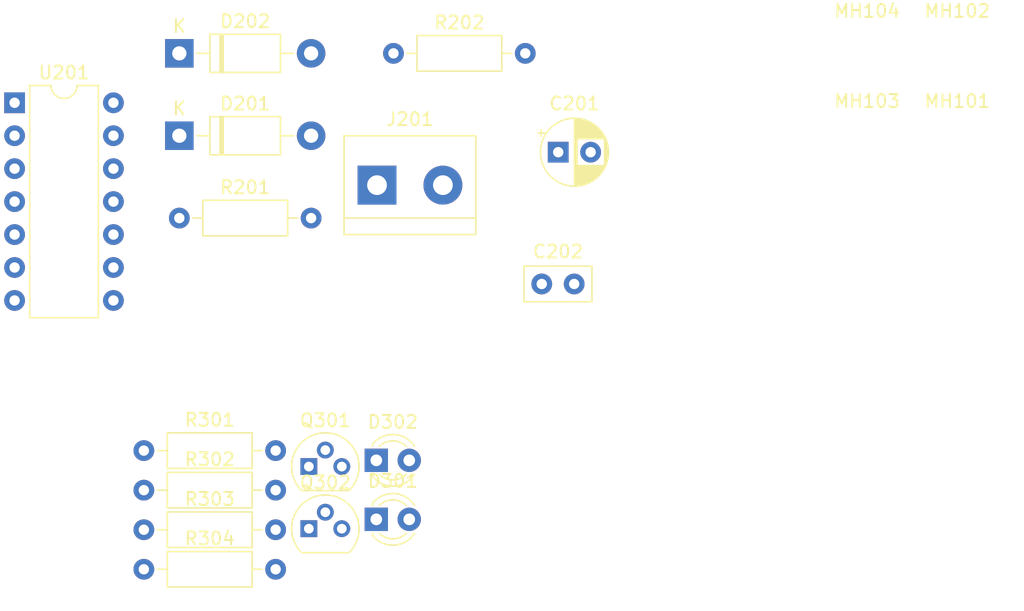
<source format=kicad_pcb>
(kicad_pcb (version 20171130) (host pcbnew "(5.0.0)")

  (general
    (thickness 1.6)
    (drawings 0)
    (tracks 0)
    (zones 0)
    (modules 20)
    (nets 15)
  )

  (page A4)
  (layers
    (0 F.Cu signal)
    (31 B.Cu signal)
    (32 B.Adhes user)
    (33 F.Adhes user)
    (34 B.Paste user)
    (35 F.Paste user)
    (36 B.SilkS user)
    (37 F.SilkS user)
    (38 B.Mask user)
    (39 F.Mask user)
    (40 Dwgs.User user)
    (41 Cmts.User user)
    (42 Eco1.User user)
    (43 Eco2.User user)
    (44 Edge.Cuts user)
    (45 Margin user)
    (46 B.CrtYd user)
    (47 F.CrtYd user)
    (48 B.Fab user)
    (49 F.Fab user)
  )

  (setup
    (last_trace_width 0.25)
    (trace_clearance 0.2)
    (zone_clearance 0.508)
    (zone_45_only no)
    (trace_min 0.2)
    (segment_width 0.2)
    (edge_width 0.15)
    (via_size 0.8)
    (via_drill 0.4)
    (via_min_size 0.4)
    (via_min_drill 0.3)
    (uvia_size 0.3)
    (uvia_drill 0.1)
    (uvias_allowed no)
    (uvia_min_size 0.2)
    (uvia_min_drill 0.1)
    (pcb_text_width 0.3)
    (pcb_text_size 1.5 1.5)
    (mod_edge_width 0.15)
    (mod_text_size 1 1)
    (mod_text_width 0.15)
    (pad_size 1.524 1.524)
    (pad_drill 0.762)
    (pad_to_mask_clearance 0.2)
    (aux_axis_origin 0 0)
    (visible_elements FFFFFF7F)
    (pcbplotparams
      (layerselection 0x010fc_ffffffff)
      (usegerberextensions false)
      (usegerberattributes false)
      (usegerberadvancedattributes false)
      (creategerberjobfile false)
      (excludeedgelayer true)
      (linewidth 0.100000)
      (plotframeref false)
      (viasonmask false)
      (mode 1)
      (useauxorigin false)
      (hpglpennumber 1)
      (hpglpenspeed 20)
      (hpglpendiameter 15.000000)
      (psnegative false)
      (psa4output false)
      (plotreference true)
      (plotvalue true)
      (plotinvisibletext false)
      (padsonsilk false)
      (subtractmaskfromsilk false)
      (outputformat 1)
      (mirror false)
      (drillshape 1)
      (scaleselection 1)
      (outputdirectory ""))
  )

  (net 0 "")
  (net 1 "Net-(C201-Pad1)")
  (net 2 GND)
  (net 3 +5V)
  (net 4 "Net-(D201-Pad2)")
  (net 5 "Net-(D201-Pad1)")
  (net 6 "Net-(D202-Pad2)")
  (net 7 "Net-(D301-Pad1)")
  (net 8 "Net-(D301-Pad2)")
  (net 9 "Net-(D302-Pad2)")
  (net 10 "Net-(D302-Pad1)")
  (net 11 "Net-(Q301-Pad2)")
  (net 12 "Net-(Q302-Pad2)")
  (net 13 "/Circuito con leds/LED1")
  (net 14 "/Circuito con leds/LED2")

  (net_class Default "Esta es la clase de red por defecto."
    (clearance 0.2)
    (trace_width 0.25)
    (via_dia 0.8)
    (via_drill 0.4)
    (uvia_dia 0.3)
    (uvia_drill 0.1)
    (add_net +5V)
    (add_net "/Circuito con leds/LED1")
    (add_net "/Circuito con leds/LED2")
    (add_net GND)
    (add_net "Net-(C201-Pad1)")
    (add_net "Net-(D201-Pad1)")
    (add_net "Net-(D201-Pad2)")
    (add_net "Net-(D202-Pad2)")
    (add_net "Net-(D301-Pad1)")
    (add_net "Net-(D301-Pad2)")
    (add_net "Net-(D302-Pad1)")
    (add_net "Net-(D302-Pad2)")
    (add_net "Net-(Q301-Pad2)")
    (add_net "Net-(Q302-Pad2)")
  )

  (module Capacitor_THT:CP_Radial_D5.0mm_P2.50mm (layer F.Cu) (tedit 5AE50EF0) (tstamp 5BC427BD)
    (at 151.13 76.2)
    (descr "CP, Radial series, Radial, pin pitch=2.50mm, , diameter=5mm, Electrolytic Capacitor")
    (tags "CP Radial series Radial pin pitch 2.50mm  diameter 5mm Electrolytic Capacitor")
    (path /5BB7D356/5BB7E09E)
    (fp_text reference C201 (at 1.25 -3.75) (layer F.SilkS)
      (effects (font (size 1 1) (thickness 0.15)))
    )
    (fp_text value CP (at 1.25 3.75) (layer F.Fab)
      (effects (font (size 1 1) (thickness 0.15)))
    )
    (fp_circle (center 1.25 0) (end 3.75 0) (layer F.Fab) (width 0.1))
    (fp_circle (center 1.25 0) (end 3.87 0) (layer F.SilkS) (width 0.12))
    (fp_circle (center 1.25 0) (end 4 0) (layer F.CrtYd) (width 0.05))
    (fp_line (start -0.883605 -1.0875) (end -0.383605 -1.0875) (layer F.Fab) (width 0.1))
    (fp_line (start -0.633605 -1.3375) (end -0.633605 -0.8375) (layer F.Fab) (width 0.1))
    (fp_line (start 1.25 -2.58) (end 1.25 2.58) (layer F.SilkS) (width 0.12))
    (fp_line (start 1.29 -2.58) (end 1.29 2.58) (layer F.SilkS) (width 0.12))
    (fp_line (start 1.33 -2.579) (end 1.33 2.579) (layer F.SilkS) (width 0.12))
    (fp_line (start 1.37 -2.578) (end 1.37 2.578) (layer F.SilkS) (width 0.12))
    (fp_line (start 1.41 -2.576) (end 1.41 2.576) (layer F.SilkS) (width 0.12))
    (fp_line (start 1.45 -2.573) (end 1.45 2.573) (layer F.SilkS) (width 0.12))
    (fp_line (start 1.49 -2.569) (end 1.49 -1.04) (layer F.SilkS) (width 0.12))
    (fp_line (start 1.49 1.04) (end 1.49 2.569) (layer F.SilkS) (width 0.12))
    (fp_line (start 1.53 -2.565) (end 1.53 -1.04) (layer F.SilkS) (width 0.12))
    (fp_line (start 1.53 1.04) (end 1.53 2.565) (layer F.SilkS) (width 0.12))
    (fp_line (start 1.57 -2.561) (end 1.57 -1.04) (layer F.SilkS) (width 0.12))
    (fp_line (start 1.57 1.04) (end 1.57 2.561) (layer F.SilkS) (width 0.12))
    (fp_line (start 1.61 -2.556) (end 1.61 -1.04) (layer F.SilkS) (width 0.12))
    (fp_line (start 1.61 1.04) (end 1.61 2.556) (layer F.SilkS) (width 0.12))
    (fp_line (start 1.65 -2.55) (end 1.65 -1.04) (layer F.SilkS) (width 0.12))
    (fp_line (start 1.65 1.04) (end 1.65 2.55) (layer F.SilkS) (width 0.12))
    (fp_line (start 1.69 -2.543) (end 1.69 -1.04) (layer F.SilkS) (width 0.12))
    (fp_line (start 1.69 1.04) (end 1.69 2.543) (layer F.SilkS) (width 0.12))
    (fp_line (start 1.73 -2.536) (end 1.73 -1.04) (layer F.SilkS) (width 0.12))
    (fp_line (start 1.73 1.04) (end 1.73 2.536) (layer F.SilkS) (width 0.12))
    (fp_line (start 1.77 -2.528) (end 1.77 -1.04) (layer F.SilkS) (width 0.12))
    (fp_line (start 1.77 1.04) (end 1.77 2.528) (layer F.SilkS) (width 0.12))
    (fp_line (start 1.81 -2.52) (end 1.81 -1.04) (layer F.SilkS) (width 0.12))
    (fp_line (start 1.81 1.04) (end 1.81 2.52) (layer F.SilkS) (width 0.12))
    (fp_line (start 1.85 -2.511) (end 1.85 -1.04) (layer F.SilkS) (width 0.12))
    (fp_line (start 1.85 1.04) (end 1.85 2.511) (layer F.SilkS) (width 0.12))
    (fp_line (start 1.89 -2.501) (end 1.89 -1.04) (layer F.SilkS) (width 0.12))
    (fp_line (start 1.89 1.04) (end 1.89 2.501) (layer F.SilkS) (width 0.12))
    (fp_line (start 1.93 -2.491) (end 1.93 -1.04) (layer F.SilkS) (width 0.12))
    (fp_line (start 1.93 1.04) (end 1.93 2.491) (layer F.SilkS) (width 0.12))
    (fp_line (start 1.971 -2.48) (end 1.971 -1.04) (layer F.SilkS) (width 0.12))
    (fp_line (start 1.971 1.04) (end 1.971 2.48) (layer F.SilkS) (width 0.12))
    (fp_line (start 2.011 -2.468) (end 2.011 -1.04) (layer F.SilkS) (width 0.12))
    (fp_line (start 2.011 1.04) (end 2.011 2.468) (layer F.SilkS) (width 0.12))
    (fp_line (start 2.051 -2.455) (end 2.051 -1.04) (layer F.SilkS) (width 0.12))
    (fp_line (start 2.051 1.04) (end 2.051 2.455) (layer F.SilkS) (width 0.12))
    (fp_line (start 2.091 -2.442) (end 2.091 -1.04) (layer F.SilkS) (width 0.12))
    (fp_line (start 2.091 1.04) (end 2.091 2.442) (layer F.SilkS) (width 0.12))
    (fp_line (start 2.131 -2.428) (end 2.131 -1.04) (layer F.SilkS) (width 0.12))
    (fp_line (start 2.131 1.04) (end 2.131 2.428) (layer F.SilkS) (width 0.12))
    (fp_line (start 2.171 -2.414) (end 2.171 -1.04) (layer F.SilkS) (width 0.12))
    (fp_line (start 2.171 1.04) (end 2.171 2.414) (layer F.SilkS) (width 0.12))
    (fp_line (start 2.211 -2.398) (end 2.211 -1.04) (layer F.SilkS) (width 0.12))
    (fp_line (start 2.211 1.04) (end 2.211 2.398) (layer F.SilkS) (width 0.12))
    (fp_line (start 2.251 -2.382) (end 2.251 -1.04) (layer F.SilkS) (width 0.12))
    (fp_line (start 2.251 1.04) (end 2.251 2.382) (layer F.SilkS) (width 0.12))
    (fp_line (start 2.291 -2.365) (end 2.291 -1.04) (layer F.SilkS) (width 0.12))
    (fp_line (start 2.291 1.04) (end 2.291 2.365) (layer F.SilkS) (width 0.12))
    (fp_line (start 2.331 -2.348) (end 2.331 -1.04) (layer F.SilkS) (width 0.12))
    (fp_line (start 2.331 1.04) (end 2.331 2.348) (layer F.SilkS) (width 0.12))
    (fp_line (start 2.371 -2.329) (end 2.371 -1.04) (layer F.SilkS) (width 0.12))
    (fp_line (start 2.371 1.04) (end 2.371 2.329) (layer F.SilkS) (width 0.12))
    (fp_line (start 2.411 -2.31) (end 2.411 -1.04) (layer F.SilkS) (width 0.12))
    (fp_line (start 2.411 1.04) (end 2.411 2.31) (layer F.SilkS) (width 0.12))
    (fp_line (start 2.451 -2.29) (end 2.451 -1.04) (layer F.SilkS) (width 0.12))
    (fp_line (start 2.451 1.04) (end 2.451 2.29) (layer F.SilkS) (width 0.12))
    (fp_line (start 2.491 -2.268) (end 2.491 -1.04) (layer F.SilkS) (width 0.12))
    (fp_line (start 2.491 1.04) (end 2.491 2.268) (layer F.SilkS) (width 0.12))
    (fp_line (start 2.531 -2.247) (end 2.531 -1.04) (layer F.SilkS) (width 0.12))
    (fp_line (start 2.531 1.04) (end 2.531 2.247) (layer F.SilkS) (width 0.12))
    (fp_line (start 2.571 -2.224) (end 2.571 -1.04) (layer F.SilkS) (width 0.12))
    (fp_line (start 2.571 1.04) (end 2.571 2.224) (layer F.SilkS) (width 0.12))
    (fp_line (start 2.611 -2.2) (end 2.611 -1.04) (layer F.SilkS) (width 0.12))
    (fp_line (start 2.611 1.04) (end 2.611 2.2) (layer F.SilkS) (width 0.12))
    (fp_line (start 2.651 -2.175) (end 2.651 -1.04) (layer F.SilkS) (width 0.12))
    (fp_line (start 2.651 1.04) (end 2.651 2.175) (layer F.SilkS) (width 0.12))
    (fp_line (start 2.691 -2.149) (end 2.691 -1.04) (layer F.SilkS) (width 0.12))
    (fp_line (start 2.691 1.04) (end 2.691 2.149) (layer F.SilkS) (width 0.12))
    (fp_line (start 2.731 -2.122) (end 2.731 -1.04) (layer F.SilkS) (width 0.12))
    (fp_line (start 2.731 1.04) (end 2.731 2.122) (layer F.SilkS) (width 0.12))
    (fp_line (start 2.771 -2.095) (end 2.771 -1.04) (layer F.SilkS) (width 0.12))
    (fp_line (start 2.771 1.04) (end 2.771 2.095) (layer F.SilkS) (width 0.12))
    (fp_line (start 2.811 -2.065) (end 2.811 -1.04) (layer F.SilkS) (width 0.12))
    (fp_line (start 2.811 1.04) (end 2.811 2.065) (layer F.SilkS) (width 0.12))
    (fp_line (start 2.851 -2.035) (end 2.851 -1.04) (layer F.SilkS) (width 0.12))
    (fp_line (start 2.851 1.04) (end 2.851 2.035) (layer F.SilkS) (width 0.12))
    (fp_line (start 2.891 -2.004) (end 2.891 -1.04) (layer F.SilkS) (width 0.12))
    (fp_line (start 2.891 1.04) (end 2.891 2.004) (layer F.SilkS) (width 0.12))
    (fp_line (start 2.931 -1.971) (end 2.931 -1.04) (layer F.SilkS) (width 0.12))
    (fp_line (start 2.931 1.04) (end 2.931 1.971) (layer F.SilkS) (width 0.12))
    (fp_line (start 2.971 -1.937) (end 2.971 -1.04) (layer F.SilkS) (width 0.12))
    (fp_line (start 2.971 1.04) (end 2.971 1.937) (layer F.SilkS) (width 0.12))
    (fp_line (start 3.011 -1.901) (end 3.011 -1.04) (layer F.SilkS) (width 0.12))
    (fp_line (start 3.011 1.04) (end 3.011 1.901) (layer F.SilkS) (width 0.12))
    (fp_line (start 3.051 -1.864) (end 3.051 -1.04) (layer F.SilkS) (width 0.12))
    (fp_line (start 3.051 1.04) (end 3.051 1.864) (layer F.SilkS) (width 0.12))
    (fp_line (start 3.091 -1.826) (end 3.091 -1.04) (layer F.SilkS) (width 0.12))
    (fp_line (start 3.091 1.04) (end 3.091 1.826) (layer F.SilkS) (width 0.12))
    (fp_line (start 3.131 -1.785) (end 3.131 -1.04) (layer F.SilkS) (width 0.12))
    (fp_line (start 3.131 1.04) (end 3.131 1.785) (layer F.SilkS) (width 0.12))
    (fp_line (start 3.171 -1.743) (end 3.171 -1.04) (layer F.SilkS) (width 0.12))
    (fp_line (start 3.171 1.04) (end 3.171 1.743) (layer F.SilkS) (width 0.12))
    (fp_line (start 3.211 -1.699) (end 3.211 -1.04) (layer F.SilkS) (width 0.12))
    (fp_line (start 3.211 1.04) (end 3.211 1.699) (layer F.SilkS) (width 0.12))
    (fp_line (start 3.251 -1.653) (end 3.251 -1.04) (layer F.SilkS) (width 0.12))
    (fp_line (start 3.251 1.04) (end 3.251 1.653) (layer F.SilkS) (width 0.12))
    (fp_line (start 3.291 -1.605) (end 3.291 -1.04) (layer F.SilkS) (width 0.12))
    (fp_line (start 3.291 1.04) (end 3.291 1.605) (layer F.SilkS) (width 0.12))
    (fp_line (start 3.331 -1.554) (end 3.331 -1.04) (layer F.SilkS) (width 0.12))
    (fp_line (start 3.331 1.04) (end 3.331 1.554) (layer F.SilkS) (width 0.12))
    (fp_line (start 3.371 -1.5) (end 3.371 -1.04) (layer F.SilkS) (width 0.12))
    (fp_line (start 3.371 1.04) (end 3.371 1.5) (layer F.SilkS) (width 0.12))
    (fp_line (start 3.411 -1.443) (end 3.411 -1.04) (layer F.SilkS) (width 0.12))
    (fp_line (start 3.411 1.04) (end 3.411 1.443) (layer F.SilkS) (width 0.12))
    (fp_line (start 3.451 -1.383) (end 3.451 -1.04) (layer F.SilkS) (width 0.12))
    (fp_line (start 3.451 1.04) (end 3.451 1.383) (layer F.SilkS) (width 0.12))
    (fp_line (start 3.491 -1.319) (end 3.491 -1.04) (layer F.SilkS) (width 0.12))
    (fp_line (start 3.491 1.04) (end 3.491 1.319) (layer F.SilkS) (width 0.12))
    (fp_line (start 3.531 -1.251) (end 3.531 -1.04) (layer F.SilkS) (width 0.12))
    (fp_line (start 3.531 1.04) (end 3.531 1.251) (layer F.SilkS) (width 0.12))
    (fp_line (start 3.571 -1.178) (end 3.571 1.178) (layer F.SilkS) (width 0.12))
    (fp_line (start 3.611 -1.098) (end 3.611 1.098) (layer F.SilkS) (width 0.12))
    (fp_line (start 3.651 -1.011) (end 3.651 1.011) (layer F.SilkS) (width 0.12))
    (fp_line (start 3.691 -0.915) (end 3.691 0.915) (layer F.SilkS) (width 0.12))
    (fp_line (start 3.731 -0.805) (end 3.731 0.805) (layer F.SilkS) (width 0.12))
    (fp_line (start 3.771 -0.677) (end 3.771 0.677) (layer F.SilkS) (width 0.12))
    (fp_line (start 3.811 -0.518) (end 3.811 0.518) (layer F.SilkS) (width 0.12))
    (fp_line (start 3.851 -0.284) (end 3.851 0.284) (layer F.SilkS) (width 0.12))
    (fp_line (start -1.554775 -1.475) (end -1.054775 -1.475) (layer F.SilkS) (width 0.12))
    (fp_line (start -1.304775 -1.725) (end -1.304775 -1.225) (layer F.SilkS) (width 0.12))
    (fp_text user %R (at 1.25 0) (layer F.Fab)
      (effects (font (size 1 1) (thickness 0.15)))
    )
    (pad 1 thru_hole rect (at 0 0) (size 1.6 1.6) (drill 0.8) (layers *.Cu *.Mask)
      (net 1 "Net-(C201-Pad1)"))
    (pad 2 thru_hole circle (at 2.5 0) (size 1.6 1.6) (drill 0.8) (layers *.Cu *.Mask)
      (net 2 GND))
    (model ${KISYS3DMOD}/Capacitor_THT.3dshapes/CP_Radial_D5.0mm_P2.50mm.wrl
      (at (xyz 0 0 0))
      (scale (xyz 1 1 1))
      (rotate (xyz 0 0 0))
    )
  )

  (module Capacitor_THT:C_Disc_D5.0mm_W2.5mm_P2.50mm (layer F.Cu) (tedit 5AE50EF0) (tstamp 5BC43172)
    (at 149.86 86.36)
    (descr "C, Disc series, Radial, pin pitch=2.50mm, , diameter*width=5*2.5mm^2, Capacitor, http://cdn-reichelt.de/documents/datenblatt/B300/DS_KERKO_TC.pdf")
    (tags "C Disc series Radial pin pitch 2.50mm  diameter 5mm width 2.5mm Capacitor")
    (path /5BB7D356/5BB7D685)
    (fp_text reference C202 (at 1.25 -2.5) (layer F.SilkS)
      (effects (font (size 1 1) (thickness 0.15)))
    )
    (fp_text value 0.1u (at 1.25 2.5) (layer F.Fab)
      (effects (font (size 1 1) (thickness 0.15)))
    )
    (fp_line (start -1.25 -1.25) (end -1.25 1.25) (layer F.Fab) (width 0.1))
    (fp_line (start -1.25 1.25) (end 3.75 1.25) (layer F.Fab) (width 0.1))
    (fp_line (start 3.75 1.25) (end 3.75 -1.25) (layer F.Fab) (width 0.1))
    (fp_line (start 3.75 -1.25) (end -1.25 -1.25) (layer F.Fab) (width 0.1))
    (fp_line (start -1.37 -1.37) (end 3.87 -1.37) (layer F.SilkS) (width 0.12))
    (fp_line (start -1.37 1.37) (end 3.87 1.37) (layer F.SilkS) (width 0.12))
    (fp_line (start -1.37 -1.37) (end -1.37 1.37) (layer F.SilkS) (width 0.12))
    (fp_line (start 3.87 -1.37) (end 3.87 1.37) (layer F.SilkS) (width 0.12))
    (fp_line (start -1.5 -1.5) (end -1.5 1.5) (layer F.CrtYd) (width 0.05))
    (fp_line (start -1.5 1.5) (end 4 1.5) (layer F.CrtYd) (width 0.05))
    (fp_line (start 4 1.5) (end 4 -1.5) (layer F.CrtYd) (width 0.05))
    (fp_line (start 4 -1.5) (end -1.5 -1.5) (layer F.CrtYd) (width 0.05))
    (fp_text user %R (at 1.25 0) (layer F.Fab)
      (effects (font (size 1 1) (thickness 0.15)))
    )
    (pad 1 thru_hole circle (at 0 0) (size 1.6 1.6) (drill 0.8) (layers *.Cu *.Mask)
      (net 3 +5V))
    (pad 2 thru_hole circle (at 2.5 0) (size 1.6 1.6) (drill 0.8) (layers *.Cu *.Mask)
      (net 2 GND))
    (model ${KISYS3DMOD}/Capacitor_THT.3dshapes/C_Disc_D5.0mm_W2.5mm_P2.50mm.wrl
      (at (xyz 0 0 0))
      (scale (xyz 1 1 1))
      (rotate (xyz 0 0 0))
    )
  )

  (module Diode_THT:D_DO-41_SOD81_P10.16mm_Horizontal (layer F.Cu) (tedit 5AE50CD5) (tstamp 5BC427EF)
    (at 121.92 74.93)
    (descr "Diode, DO-41_SOD81 series, Axial, Horizontal, pin pitch=10.16mm, , length*diameter=5.2*2.7mm^2, , http://www.diodes.com/_files/packages/DO-41%20(Plastic).pdf")
    (tags "Diode DO-41_SOD81 series Axial Horizontal pin pitch 10.16mm  length 5.2mm diameter 2.7mm")
    (path /5BB7D356/5BB7DE05)
    (fp_text reference D201 (at 5.08 -2.47) (layer F.SilkS)
      (effects (font (size 1 1) (thickness 0.15)))
    )
    (fp_text value 1N4148 (at 5.08 2.47) (layer F.Fab)
      (effects (font (size 1 1) (thickness 0.15)))
    )
    (fp_text user K (at 0 -2.1) (layer F.SilkS)
      (effects (font (size 1 1) (thickness 0.15)))
    )
    (fp_text user K (at 0 -2.1) (layer F.Fab)
      (effects (font (size 1 1) (thickness 0.15)))
    )
    (fp_text user %R (at 5.47 0) (layer F.Fab)
      (effects (font (size 1 1) (thickness 0.15)))
    )
    (fp_line (start 11.51 -1.6) (end -1.35 -1.6) (layer F.CrtYd) (width 0.05))
    (fp_line (start 11.51 1.6) (end 11.51 -1.6) (layer F.CrtYd) (width 0.05))
    (fp_line (start -1.35 1.6) (end 11.51 1.6) (layer F.CrtYd) (width 0.05))
    (fp_line (start -1.35 -1.6) (end -1.35 1.6) (layer F.CrtYd) (width 0.05))
    (fp_line (start 3.14 -1.47) (end 3.14 1.47) (layer F.SilkS) (width 0.12))
    (fp_line (start 3.38 -1.47) (end 3.38 1.47) (layer F.SilkS) (width 0.12))
    (fp_line (start 3.26 -1.47) (end 3.26 1.47) (layer F.SilkS) (width 0.12))
    (fp_line (start 8.82 0) (end 7.8 0) (layer F.SilkS) (width 0.12))
    (fp_line (start 1.34 0) (end 2.36 0) (layer F.SilkS) (width 0.12))
    (fp_line (start 7.8 -1.47) (end 2.36 -1.47) (layer F.SilkS) (width 0.12))
    (fp_line (start 7.8 1.47) (end 7.8 -1.47) (layer F.SilkS) (width 0.12))
    (fp_line (start 2.36 1.47) (end 7.8 1.47) (layer F.SilkS) (width 0.12))
    (fp_line (start 2.36 -1.47) (end 2.36 1.47) (layer F.SilkS) (width 0.12))
    (fp_line (start 3.16 -1.35) (end 3.16 1.35) (layer F.Fab) (width 0.1))
    (fp_line (start 3.36 -1.35) (end 3.36 1.35) (layer F.Fab) (width 0.1))
    (fp_line (start 3.26 -1.35) (end 3.26 1.35) (layer F.Fab) (width 0.1))
    (fp_line (start 10.16 0) (end 7.68 0) (layer F.Fab) (width 0.1))
    (fp_line (start 0 0) (end 2.48 0) (layer F.Fab) (width 0.1))
    (fp_line (start 7.68 -1.35) (end 2.48 -1.35) (layer F.Fab) (width 0.1))
    (fp_line (start 7.68 1.35) (end 7.68 -1.35) (layer F.Fab) (width 0.1))
    (fp_line (start 2.48 1.35) (end 7.68 1.35) (layer F.Fab) (width 0.1))
    (fp_line (start 2.48 -1.35) (end 2.48 1.35) (layer F.Fab) (width 0.1))
    (pad 2 thru_hole oval (at 10.16 0) (size 2.2 2.2) (drill 1.1) (layers *.Cu *.Mask)
      (net 4 "Net-(D201-Pad2)"))
    (pad 1 thru_hole rect (at 0 0) (size 2.2 2.2) (drill 1.1) (layers *.Cu *.Mask)
      (net 5 "Net-(D201-Pad1)"))
    (model ${KISYS3DMOD}/Diode_THT.3dshapes/D_DO-41_SOD81_P10.16mm_Horizontal.wrl
      (at (xyz 0 0 0))
      (scale (xyz 1 1 1))
      (rotate (xyz 0 0 0))
    )
  )

  (module Diode_THT:D_DO-41_SOD81_P10.16mm_Horizontal (layer F.Cu) (tedit 5AE50CD5) (tstamp 5BC4280E)
    (at 121.92 68.58)
    (descr "Diode, DO-41_SOD81 series, Axial, Horizontal, pin pitch=10.16mm, , length*diameter=5.2*2.7mm^2, , http://www.diodes.com/_files/packages/DO-41%20(Plastic).pdf")
    (tags "Diode DO-41_SOD81 series Axial Horizontal pin pitch 10.16mm  length 5.2mm diameter 2.7mm")
    (path /5BB7D356/5BB7DF7F)
    (fp_text reference D202 (at 5.08 -2.47) (layer F.SilkS)
      (effects (font (size 1 1) (thickness 0.15)))
    )
    (fp_text value 1N4148 (at 5.08 2.47) (layer F.Fab)
      (effects (font (size 1 1) (thickness 0.15)))
    )
    (fp_line (start 2.48 -1.35) (end 2.48 1.35) (layer F.Fab) (width 0.1))
    (fp_line (start 2.48 1.35) (end 7.68 1.35) (layer F.Fab) (width 0.1))
    (fp_line (start 7.68 1.35) (end 7.68 -1.35) (layer F.Fab) (width 0.1))
    (fp_line (start 7.68 -1.35) (end 2.48 -1.35) (layer F.Fab) (width 0.1))
    (fp_line (start 0 0) (end 2.48 0) (layer F.Fab) (width 0.1))
    (fp_line (start 10.16 0) (end 7.68 0) (layer F.Fab) (width 0.1))
    (fp_line (start 3.26 -1.35) (end 3.26 1.35) (layer F.Fab) (width 0.1))
    (fp_line (start 3.36 -1.35) (end 3.36 1.35) (layer F.Fab) (width 0.1))
    (fp_line (start 3.16 -1.35) (end 3.16 1.35) (layer F.Fab) (width 0.1))
    (fp_line (start 2.36 -1.47) (end 2.36 1.47) (layer F.SilkS) (width 0.12))
    (fp_line (start 2.36 1.47) (end 7.8 1.47) (layer F.SilkS) (width 0.12))
    (fp_line (start 7.8 1.47) (end 7.8 -1.47) (layer F.SilkS) (width 0.12))
    (fp_line (start 7.8 -1.47) (end 2.36 -1.47) (layer F.SilkS) (width 0.12))
    (fp_line (start 1.34 0) (end 2.36 0) (layer F.SilkS) (width 0.12))
    (fp_line (start 8.82 0) (end 7.8 0) (layer F.SilkS) (width 0.12))
    (fp_line (start 3.26 -1.47) (end 3.26 1.47) (layer F.SilkS) (width 0.12))
    (fp_line (start 3.38 -1.47) (end 3.38 1.47) (layer F.SilkS) (width 0.12))
    (fp_line (start 3.14 -1.47) (end 3.14 1.47) (layer F.SilkS) (width 0.12))
    (fp_line (start -1.35 -1.6) (end -1.35 1.6) (layer F.CrtYd) (width 0.05))
    (fp_line (start -1.35 1.6) (end 11.51 1.6) (layer F.CrtYd) (width 0.05))
    (fp_line (start 11.51 1.6) (end 11.51 -1.6) (layer F.CrtYd) (width 0.05))
    (fp_line (start 11.51 -1.6) (end -1.35 -1.6) (layer F.CrtYd) (width 0.05))
    (fp_text user %R (at 5.47 0) (layer F.Fab)
      (effects (font (size 1 1) (thickness 0.15)))
    )
    (fp_text user K (at 0 -2.1) (layer F.Fab)
      (effects (font (size 1 1) (thickness 0.15)))
    )
    (fp_text user K (at 0 -2.1) (layer F.SilkS)
      (effects (font (size 1 1) (thickness 0.15)))
    )
    (pad 1 thru_hole rect (at 0 0) (size 2.2 2.2) (drill 1.1) (layers *.Cu *.Mask)
      (net 4 "Net-(D201-Pad2)"))
    (pad 2 thru_hole oval (at 10.16 0) (size 2.2 2.2) (drill 1.1) (layers *.Cu *.Mask)
      (net 6 "Net-(D202-Pad2)"))
    (model ${KISYS3DMOD}/Diode_THT.3dshapes/D_DO-41_SOD81_P10.16mm_Horizontal.wrl
      (at (xyz 0 0 0))
      (scale (xyz 1 1 1))
      (rotate (xyz 0 0 0))
    )
  )

  (module LED_THT:LED_D3.0mm (layer F.Cu) (tedit 587A3A7B) (tstamp 5BC42821)
    (at 137.105001 104.505001)
    (descr "LED, diameter 3.0mm, 2 pins")
    (tags "LED diameter 3.0mm 2 pins")
    (path /5BB7D37D/5BB84A12)
    (fp_text reference D301 (at 1.27 -2.96) (layer F.SilkS)
      (effects (font (size 1 1) (thickness 0.15)))
    )
    (fp_text value "LED ROJO" (at 1.27 2.96) (layer F.Fab)
      (effects (font (size 1 1) (thickness 0.15)))
    )
    (fp_arc (start 1.27 0) (end -0.23 -1.16619) (angle 284.3) (layer F.Fab) (width 0.1))
    (fp_arc (start 1.27 0) (end -0.29 -1.235516) (angle 108.8) (layer F.SilkS) (width 0.12))
    (fp_arc (start 1.27 0) (end -0.29 1.235516) (angle -108.8) (layer F.SilkS) (width 0.12))
    (fp_arc (start 1.27 0) (end 0.229039 -1.08) (angle 87.9) (layer F.SilkS) (width 0.12))
    (fp_arc (start 1.27 0) (end 0.229039 1.08) (angle -87.9) (layer F.SilkS) (width 0.12))
    (fp_circle (center 1.27 0) (end 2.77 0) (layer F.Fab) (width 0.1))
    (fp_line (start -0.23 -1.16619) (end -0.23 1.16619) (layer F.Fab) (width 0.1))
    (fp_line (start -0.29 -1.236) (end -0.29 -1.08) (layer F.SilkS) (width 0.12))
    (fp_line (start -0.29 1.08) (end -0.29 1.236) (layer F.SilkS) (width 0.12))
    (fp_line (start -1.15 -2.25) (end -1.15 2.25) (layer F.CrtYd) (width 0.05))
    (fp_line (start -1.15 2.25) (end 3.7 2.25) (layer F.CrtYd) (width 0.05))
    (fp_line (start 3.7 2.25) (end 3.7 -2.25) (layer F.CrtYd) (width 0.05))
    (fp_line (start 3.7 -2.25) (end -1.15 -2.25) (layer F.CrtYd) (width 0.05))
    (pad 1 thru_hole rect (at 0 0) (size 1.8 1.8) (drill 0.9) (layers *.Cu *.Mask)
      (net 7 "Net-(D301-Pad1)"))
    (pad 2 thru_hole circle (at 2.54 0) (size 1.8 1.8) (drill 0.9) (layers *.Cu *.Mask)
      (net 8 "Net-(D301-Pad2)"))
    (model ${KISYS3DMOD}/LED_THT.3dshapes/LED_D3.0mm.wrl
      (at (xyz 0 0 0))
      (scale (xyz 1 1 1))
      (rotate (xyz 0 0 0))
    )
  )

  (module LED_THT:LED_D3.0mm (layer F.Cu) (tedit 587A3A7B) (tstamp 5BC42834)
    (at 137.105001 99.955001)
    (descr "LED, diameter 3.0mm, 2 pins")
    (tags "LED diameter 3.0mm 2 pins")
    (path /5BB7D37D/5BB84D88)
    (fp_text reference D302 (at 1.27 -2.96) (layer F.SilkS)
      (effects (font (size 1 1) (thickness 0.15)))
    )
    (fp_text value "LED ROJO" (at 1.27 2.96) (layer F.Fab)
      (effects (font (size 1 1) (thickness 0.15)))
    )
    (fp_line (start 3.7 -2.25) (end -1.15 -2.25) (layer F.CrtYd) (width 0.05))
    (fp_line (start 3.7 2.25) (end 3.7 -2.25) (layer F.CrtYd) (width 0.05))
    (fp_line (start -1.15 2.25) (end 3.7 2.25) (layer F.CrtYd) (width 0.05))
    (fp_line (start -1.15 -2.25) (end -1.15 2.25) (layer F.CrtYd) (width 0.05))
    (fp_line (start -0.29 1.08) (end -0.29 1.236) (layer F.SilkS) (width 0.12))
    (fp_line (start -0.29 -1.236) (end -0.29 -1.08) (layer F.SilkS) (width 0.12))
    (fp_line (start -0.23 -1.16619) (end -0.23 1.16619) (layer F.Fab) (width 0.1))
    (fp_circle (center 1.27 0) (end 2.77 0) (layer F.Fab) (width 0.1))
    (fp_arc (start 1.27 0) (end 0.229039 1.08) (angle -87.9) (layer F.SilkS) (width 0.12))
    (fp_arc (start 1.27 0) (end 0.229039 -1.08) (angle 87.9) (layer F.SilkS) (width 0.12))
    (fp_arc (start 1.27 0) (end -0.29 1.235516) (angle -108.8) (layer F.SilkS) (width 0.12))
    (fp_arc (start 1.27 0) (end -0.29 -1.235516) (angle 108.8) (layer F.SilkS) (width 0.12))
    (fp_arc (start 1.27 0) (end -0.23 -1.16619) (angle 284.3) (layer F.Fab) (width 0.1))
    (pad 2 thru_hole circle (at 2.54 0) (size 1.8 1.8) (drill 0.9) (layers *.Cu *.Mask)
      (net 9 "Net-(D302-Pad2)"))
    (pad 1 thru_hole rect (at 0 0) (size 1.8 1.8) (drill 0.9) (layers *.Cu *.Mask)
      (net 10 "Net-(D302-Pad1)"))
    (model ${KISYS3DMOD}/LED_THT.3dshapes/LED_D3.0mm.wrl
      (at (xyz 0 0 0))
      (scale (xyz 1 1 1))
      (rotate (xyz 0 0 0))
    )
  )

  (module TerminalBlock:TerminalBlock_bornier-2_P5.08mm (layer F.Cu) (tedit 59FF03AB) (tstamp 5BC42849)
    (at 137.16 78.74)
    (descr "simple 2-pin terminal block, pitch 5.08mm, revamped version of bornier2")
    (tags "terminal block bornier2")
    (path /5BB7D356/5BB7D565)
    (fp_text reference J201 (at 2.54 -5.08) (layer F.SilkS)
      (effects (font (size 1 1) (thickness 0.15)))
    )
    (fp_text value Conn_01x02 (at 2.54 5.08) (layer F.Fab)
      (effects (font (size 1 1) (thickness 0.15)))
    )
    (fp_text user %R (at 2.54 0) (layer F.Fab)
      (effects (font (size 1 1) (thickness 0.15)))
    )
    (fp_line (start -2.41 2.55) (end 7.49 2.55) (layer F.Fab) (width 0.1))
    (fp_line (start -2.46 -3.75) (end -2.46 3.75) (layer F.Fab) (width 0.1))
    (fp_line (start -2.46 3.75) (end 7.54 3.75) (layer F.Fab) (width 0.1))
    (fp_line (start 7.54 3.75) (end 7.54 -3.75) (layer F.Fab) (width 0.1))
    (fp_line (start 7.54 -3.75) (end -2.46 -3.75) (layer F.Fab) (width 0.1))
    (fp_line (start 7.62 2.54) (end -2.54 2.54) (layer F.SilkS) (width 0.12))
    (fp_line (start 7.62 3.81) (end 7.62 -3.81) (layer F.SilkS) (width 0.12))
    (fp_line (start 7.62 -3.81) (end -2.54 -3.81) (layer F.SilkS) (width 0.12))
    (fp_line (start -2.54 -3.81) (end -2.54 3.81) (layer F.SilkS) (width 0.12))
    (fp_line (start -2.54 3.81) (end 7.62 3.81) (layer F.SilkS) (width 0.12))
    (fp_line (start -2.71 -4) (end 7.79 -4) (layer F.CrtYd) (width 0.05))
    (fp_line (start -2.71 -4) (end -2.71 4) (layer F.CrtYd) (width 0.05))
    (fp_line (start 7.79 4) (end 7.79 -4) (layer F.CrtYd) (width 0.05))
    (fp_line (start 7.79 4) (end -2.71 4) (layer F.CrtYd) (width 0.05))
    (pad 1 thru_hole rect (at 0 0) (size 3 3) (drill 1.52) (layers *.Cu *.Mask)
      (net 2 GND))
    (pad 2 thru_hole circle (at 5.08 0) (size 3 3) (drill 1.52) (layers *.Cu *.Mask)
      (net 3 +5V))
    (model ${KISYS3DMOD}/TerminalBlock.3dshapes/TerminalBlock_bornier-2_P5.08mm.wrl
      (offset (xyz 2.539999961853027 0 0))
      (scale (xyz 1 1 1))
      (rotate (xyz 0 0 0))
    )
  )

  (module MountingHole:MountingHole_3.2mm_M3 (layer F.Cu) (tedit 56D1B4CB) (tstamp 5BC42851)
    (at 181.895001 76.465001)
    (descr "Mounting Hole 3.2mm, no annular, M3")
    (tags "mounting hole 3.2mm no annular m3")
    (path /5BB87076)
    (attr virtual)
    (fp_text reference MH101 (at 0 -4.2) (layer F.SilkS)
      (effects (font (size 1 1) (thickness 0.15)))
    )
    (fp_text value MountingHole (at 0 4.2) (layer F.Fab)
      (effects (font (size 1 1) (thickness 0.15)))
    )
    (fp_circle (center 0 0) (end 3.45 0) (layer F.CrtYd) (width 0.05))
    (fp_circle (center 0 0) (end 3.2 0) (layer Cmts.User) (width 0.15))
    (fp_text user %R (at 0.3 0) (layer F.Fab)
      (effects (font (size 1 1) (thickness 0.15)))
    )
    (pad 1 np_thru_hole circle (at 0 0) (size 3.2 3.2) (drill 3.2) (layers *.Cu *.Mask))
  )

  (module MountingHole:MountingHole_3.2mm_M3 (layer F.Cu) (tedit 56D1B4CB) (tstamp 5BC42859)
    (at 181.895001 69.515001)
    (descr "Mounting Hole 3.2mm, no annular, M3")
    (tags "mounting hole 3.2mm no annular m3")
    (path /5BB87144)
    (attr virtual)
    (fp_text reference MH102 (at 0 -4.2) (layer F.SilkS)
      (effects (font (size 1 1) (thickness 0.15)))
    )
    (fp_text value MountingHole (at 0 4.2) (layer F.Fab)
      (effects (font (size 1 1) (thickness 0.15)))
    )
    (fp_text user %R (at 0.3 0) (layer F.Fab)
      (effects (font (size 1 1) (thickness 0.15)))
    )
    (fp_circle (center 0 0) (end 3.2 0) (layer Cmts.User) (width 0.15))
    (fp_circle (center 0 0) (end 3.45 0) (layer F.CrtYd) (width 0.05))
    (pad 1 np_thru_hole circle (at 0 0) (size 3.2 3.2) (drill 3.2) (layers *.Cu *.Mask))
  )

  (module MountingHole:MountingHole_3.2mm_M3 (layer F.Cu) (tedit 56D1B4CB) (tstamp 5BC42861)
    (at 174.945001 76.465001)
    (descr "Mounting Hole 3.2mm, no annular, M3")
    (tags "mounting hole 3.2mm no annular m3")
    (path /5BB8710C)
    (attr virtual)
    (fp_text reference MH103 (at 0 -4.2) (layer F.SilkS)
      (effects (font (size 1 1) (thickness 0.15)))
    )
    (fp_text value MountingHole (at 0 4.2) (layer F.Fab)
      (effects (font (size 1 1) (thickness 0.15)))
    )
    (fp_text user %R (at 0.3 0) (layer F.Fab)
      (effects (font (size 1 1) (thickness 0.15)))
    )
    (fp_circle (center 0 0) (end 3.2 0) (layer Cmts.User) (width 0.15))
    (fp_circle (center 0 0) (end 3.45 0) (layer F.CrtYd) (width 0.05))
    (pad 1 np_thru_hole circle (at 0 0) (size 3.2 3.2) (drill 3.2) (layers *.Cu *.Mask))
  )

  (module MountingHole:MountingHole_3.2mm_M3 (layer F.Cu) (tedit 56D1B4CB) (tstamp 5BC42869)
    (at 174.945001 69.515001)
    (descr "Mounting Hole 3.2mm, no annular, M3")
    (tags "mounting hole 3.2mm no annular m3")
    (path /5BB8716A)
    (attr virtual)
    (fp_text reference MH104 (at 0 -4.2) (layer F.SilkS)
      (effects (font (size 1 1) (thickness 0.15)))
    )
    (fp_text value MountingHole (at 0 4.2) (layer F.Fab)
      (effects (font (size 1 1) (thickness 0.15)))
    )
    (fp_circle (center 0 0) (end 3.45 0) (layer F.CrtYd) (width 0.05))
    (fp_circle (center 0 0) (end 3.2 0) (layer Cmts.User) (width 0.15))
    (fp_text user %R (at 0.3 0) (layer F.Fab)
      (effects (font (size 1 1) (thickness 0.15)))
    )
    (pad 1 np_thru_hole circle (at 0 0) (size 3.2 3.2) (drill 3.2) (layers *.Cu *.Mask))
  )

  (module Package_TO_SOT_THT:TO-92 (layer F.Cu) (tedit 5A279852) (tstamp 5BC4287B)
    (at 131.905001 100.435001)
    (descr "TO-92 leads molded, narrow, drill 0.75mm (see NXP sot054_po.pdf)")
    (tags "to-92 sc-43 sc-43a sot54 PA33 transistor")
    (path /5BB7D37D/5BB87370)
    (fp_text reference Q301 (at 1.27 -3.56) (layer F.SilkS)
      (effects (font (size 1 1) (thickness 0.15)))
    )
    (fp_text value BC546 (at 1.27 2.79) (layer F.Fab)
      (effects (font (size 1 1) (thickness 0.15)))
    )
    (fp_text user %R (at 1.27 -3.56) (layer F.Fab)
      (effects (font (size 1 1) (thickness 0.15)))
    )
    (fp_line (start -0.53 1.85) (end 3.07 1.85) (layer F.SilkS) (width 0.12))
    (fp_line (start -0.5 1.75) (end 3 1.75) (layer F.Fab) (width 0.1))
    (fp_line (start -1.46 -2.73) (end 4 -2.73) (layer F.CrtYd) (width 0.05))
    (fp_line (start -1.46 -2.73) (end -1.46 2.01) (layer F.CrtYd) (width 0.05))
    (fp_line (start 4 2.01) (end 4 -2.73) (layer F.CrtYd) (width 0.05))
    (fp_line (start 4 2.01) (end -1.46 2.01) (layer F.CrtYd) (width 0.05))
    (fp_arc (start 1.27 0) (end 1.27 -2.48) (angle 135) (layer F.Fab) (width 0.1))
    (fp_arc (start 1.27 0) (end 1.27 -2.6) (angle -135) (layer F.SilkS) (width 0.12))
    (fp_arc (start 1.27 0) (end 1.27 -2.48) (angle -135) (layer F.Fab) (width 0.1))
    (fp_arc (start 1.27 0) (end 1.27 -2.6) (angle 135) (layer F.SilkS) (width 0.12))
    (pad 2 thru_hole circle (at 1.27 -1.27 90) (size 1.3 1.3) (drill 0.75) (layers *.Cu *.Mask)
      (net 11 "Net-(Q301-Pad2)"))
    (pad 3 thru_hole circle (at 2.54 0 90) (size 1.3 1.3) (drill 0.75) (layers *.Cu *.Mask)
      (net 2 GND))
    (pad 1 thru_hole rect (at 0 0 90) (size 1.3 1.3) (drill 0.75) (layers *.Cu *.Mask)
      (net 7 "Net-(D301-Pad1)"))
    (model ${KISYS3DMOD}/Package_TO_SOT_THT.3dshapes/TO-92.wrl
      (at (xyz 0 0 0))
      (scale (xyz 1 1 1))
      (rotate (xyz 0 0 0))
    )
  )

  (module Package_TO_SOT_THT:TO-92 (layer F.Cu) (tedit 5A279852) (tstamp 5BC4288D)
    (at 131.905001 105.225001)
    (descr "TO-92 leads molded, narrow, drill 0.75mm (see NXP sot054_po.pdf)")
    (tags "to-92 sc-43 sc-43a sot54 PA33 transistor")
    (path /5BB7D37D/5BB87247)
    (fp_text reference Q302 (at 1.27 -3.56) (layer F.SilkS)
      (effects (font (size 1 1) (thickness 0.15)))
    )
    (fp_text value BC546 (at 1.27 2.79) (layer F.Fab)
      (effects (font (size 1 1) (thickness 0.15)))
    )
    (fp_arc (start 1.27 0) (end 1.27 -2.6) (angle 135) (layer F.SilkS) (width 0.12))
    (fp_arc (start 1.27 0) (end 1.27 -2.48) (angle -135) (layer F.Fab) (width 0.1))
    (fp_arc (start 1.27 0) (end 1.27 -2.6) (angle -135) (layer F.SilkS) (width 0.12))
    (fp_arc (start 1.27 0) (end 1.27 -2.48) (angle 135) (layer F.Fab) (width 0.1))
    (fp_line (start 4 2.01) (end -1.46 2.01) (layer F.CrtYd) (width 0.05))
    (fp_line (start 4 2.01) (end 4 -2.73) (layer F.CrtYd) (width 0.05))
    (fp_line (start -1.46 -2.73) (end -1.46 2.01) (layer F.CrtYd) (width 0.05))
    (fp_line (start -1.46 -2.73) (end 4 -2.73) (layer F.CrtYd) (width 0.05))
    (fp_line (start -0.5 1.75) (end 3 1.75) (layer F.Fab) (width 0.1))
    (fp_line (start -0.53 1.85) (end 3.07 1.85) (layer F.SilkS) (width 0.12))
    (fp_text user %R (at 1.27 -3.56) (layer F.Fab)
      (effects (font (size 1 1) (thickness 0.15)))
    )
    (pad 1 thru_hole rect (at 0 0 90) (size 1.3 1.3) (drill 0.75) (layers *.Cu *.Mask)
      (net 10 "Net-(D302-Pad1)"))
    (pad 3 thru_hole circle (at 2.54 0 90) (size 1.3 1.3) (drill 0.75) (layers *.Cu *.Mask)
      (net 2 GND))
    (pad 2 thru_hole circle (at 1.27 -1.27 90) (size 1.3 1.3) (drill 0.75) (layers *.Cu *.Mask)
      (net 12 "Net-(Q302-Pad2)"))
    (model ${KISYS3DMOD}/Package_TO_SOT_THT.3dshapes/TO-92.wrl
      (at (xyz 0 0 0))
      (scale (xyz 1 1 1))
      (rotate (xyz 0 0 0))
    )
  )

  (module Resistor_THT:R_Axial_DIN0207_L6.3mm_D2.5mm_P10.16mm_Horizontal (layer F.Cu) (tedit 5AE5139B) (tstamp 5BC428A4)
    (at 121.92 81.28)
    (descr "Resistor, Axial_DIN0207 series, Axial, Horizontal, pin pitch=10.16mm, 0.25W = 1/4W, length*diameter=6.3*2.5mm^2, http://cdn-reichelt.de/documents/datenblatt/B400/1_4W%23YAG.pdf")
    (tags "Resistor Axial_DIN0207 series Axial Horizontal pin pitch 10.16mm 0.25W = 1/4W length 6.3mm diameter 2.5mm")
    (path /5BB7D356/5BB7DFFE)
    (fp_text reference R201 (at 5.08 -2.37) (layer F.SilkS)
      (effects (font (size 1 1) (thickness 0.15)))
    )
    (fp_text value 100K (at 5.08 2.37) (layer F.Fab)
      (effects (font (size 1 1) (thickness 0.15)))
    )
    (fp_line (start 1.93 -1.25) (end 1.93 1.25) (layer F.Fab) (width 0.1))
    (fp_line (start 1.93 1.25) (end 8.23 1.25) (layer F.Fab) (width 0.1))
    (fp_line (start 8.23 1.25) (end 8.23 -1.25) (layer F.Fab) (width 0.1))
    (fp_line (start 8.23 -1.25) (end 1.93 -1.25) (layer F.Fab) (width 0.1))
    (fp_line (start 0 0) (end 1.93 0) (layer F.Fab) (width 0.1))
    (fp_line (start 10.16 0) (end 8.23 0) (layer F.Fab) (width 0.1))
    (fp_line (start 1.81 -1.37) (end 1.81 1.37) (layer F.SilkS) (width 0.12))
    (fp_line (start 1.81 1.37) (end 8.35 1.37) (layer F.SilkS) (width 0.12))
    (fp_line (start 8.35 1.37) (end 8.35 -1.37) (layer F.SilkS) (width 0.12))
    (fp_line (start 8.35 -1.37) (end 1.81 -1.37) (layer F.SilkS) (width 0.12))
    (fp_line (start 1.04 0) (end 1.81 0) (layer F.SilkS) (width 0.12))
    (fp_line (start 9.12 0) (end 8.35 0) (layer F.SilkS) (width 0.12))
    (fp_line (start -1.05 -1.5) (end -1.05 1.5) (layer F.CrtYd) (width 0.05))
    (fp_line (start -1.05 1.5) (end 11.21 1.5) (layer F.CrtYd) (width 0.05))
    (fp_line (start 11.21 1.5) (end 11.21 -1.5) (layer F.CrtYd) (width 0.05))
    (fp_line (start 11.21 -1.5) (end -1.05 -1.5) (layer F.CrtYd) (width 0.05))
    (fp_text user %R (at 5.08 0) (layer F.Fab)
      (effects (font (size 1 1) (thickness 0.15)))
    )
    (pad 1 thru_hole circle (at 0 0) (size 1.6 1.6) (drill 0.8) (layers *.Cu *.Mask)
      (net 5 "Net-(D201-Pad1)"))
    (pad 2 thru_hole oval (at 10.16 0) (size 1.6 1.6) (drill 0.8) (layers *.Cu *.Mask)
      (net 1 "Net-(C201-Pad1)"))
    (model ${KISYS3DMOD}/Resistor_THT.3dshapes/R_Axial_DIN0207_L6.3mm_D2.5mm_P10.16mm_Horizontal.wrl
      (at (xyz 0 0 0))
      (scale (xyz 1 1 1))
      (rotate (xyz 0 0 0))
    )
  )

  (module Resistor_THT:R_Axial_DIN0207_L6.3mm_D2.5mm_P10.16mm_Horizontal (layer F.Cu) (tedit 5AE5139B) (tstamp 5BC428BB)
    (at 138.43 68.58)
    (descr "Resistor, Axial_DIN0207 series, Axial, Horizontal, pin pitch=10.16mm, 0.25W = 1/4W, length*diameter=6.3*2.5mm^2, http://cdn-reichelt.de/documents/datenblatt/B400/1_4W%23YAG.pdf")
    (tags "Resistor Axial_DIN0207 series Axial Horizontal pin pitch 10.16mm 0.25W = 1/4W length 6.3mm diameter 2.5mm")
    (path /5BB7D356/5BB7E04A)
    (fp_text reference R202 (at 5.08 -2.37) (layer F.SilkS)
      (effects (font (size 1 1) (thickness 0.15)))
    )
    (fp_text value 100K (at 5.08 2.37) (layer F.Fab)
      (effects (font (size 1 1) (thickness 0.15)))
    )
    (fp_text user %R (at 5.08 0) (layer F.Fab)
      (effects (font (size 1 1) (thickness 0.15)))
    )
    (fp_line (start 11.21 -1.5) (end -1.05 -1.5) (layer F.CrtYd) (width 0.05))
    (fp_line (start 11.21 1.5) (end 11.21 -1.5) (layer F.CrtYd) (width 0.05))
    (fp_line (start -1.05 1.5) (end 11.21 1.5) (layer F.CrtYd) (width 0.05))
    (fp_line (start -1.05 -1.5) (end -1.05 1.5) (layer F.CrtYd) (width 0.05))
    (fp_line (start 9.12 0) (end 8.35 0) (layer F.SilkS) (width 0.12))
    (fp_line (start 1.04 0) (end 1.81 0) (layer F.SilkS) (width 0.12))
    (fp_line (start 8.35 -1.37) (end 1.81 -1.37) (layer F.SilkS) (width 0.12))
    (fp_line (start 8.35 1.37) (end 8.35 -1.37) (layer F.SilkS) (width 0.12))
    (fp_line (start 1.81 1.37) (end 8.35 1.37) (layer F.SilkS) (width 0.12))
    (fp_line (start 1.81 -1.37) (end 1.81 1.37) (layer F.SilkS) (width 0.12))
    (fp_line (start 10.16 0) (end 8.23 0) (layer F.Fab) (width 0.1))
    (fp_line (start 0 0) (end 1.93 0) (layer F.Fab) (width 0.1))
    (fp_line (start 8.23 -1.25) (end 1.93 -1.25) (layer F.Fab) (width 0.1))
    (fp_line (start 8.23 1.25) (end 8.23 -1.25) (layer F.Fab) (width 0.1))
    (fp_line (start 1.93 1.25) (end 8.23 1.25) (layer F.Fab) (width 0.1))
    (fp_line (start 1.93 -1.25) (end 1.93 1.25) (layer F.Fab) (width 0.1))
    (pad 2 thru_hole oval (at 10.16 0) (size 1.6 1.6) (drill 0.8) (layers *.Cu *.Mask)
      (net 1 "Net-(C201-Pad1)"))
    (pad 1 thru_hole circle (at 0 0) (size 1.6 1.6) (drill 0.8) (layers *.Cu *.Mask)
      (net 6 "Net-(D202-Pad2)"))
    (model ${KISYS3DMOD}/Resistor_THT.3dshapes/R_Axial_DIN0207_L6.3mm_D2.5mm_P10.16mm_Horizontal.wrl
      (at (xyz 0 0 0))
      (scale (xyz 1 1 1))
      (rotate (xyz 0 0 0))
    )
  )

  (module Resistor_THT:R_Axial_DIN0207_L6.3mm_D2.5mm_P10.16mm_Horizontal (layer F.Cu) (tedit 5AE5139B) (tstamp 5BC428D2)
    (at 119.185001 99.205001)
    (descr "Resistor, Axial_DIN0207 series, Axial, Horizontal, pin pitch=10.16mm, 0.25W = 1/4W, length*diameter=6.3*2.5mm^2, http://cdn-reichelt.de/documents/datenblatt/B400/1_4W%23YAG.pdf")
    (tags "Resistor Axial_DIN0207 series Axial Horizontal pin pitch 10.16mm 0.25W = 1/4W length 6.3mm diameter 2.5mm")
    (path /5BB7D37D/5BB83DD5)
    (fp_text reference R301 (at 5.08 -2.37) (layer F.SilkS)
      (effects (font (size 1 1) (thickness 0.15)))
    )
    (fp_text value 2K2 (at 5.08 2.37) (layer F.Fab)
      (effects (font (size 1 1) (thickness 0.15)))
    )
    (fp_text user %R (at 5.08 0) (layer F.Fab)
      (effects (font (size 1 1) (thickness 0.15)))
    )
    (fp_line (start 11.21 -1.5) (end -1.05 -1.5) (layer F.CrtYd) (width 0.05))
    (fp_line (start 11.21 1.5) (end 11.21 -1.5) (layer F.CrtYd) (width 0.05))
    (fp_line (start -1.05 1.5) (end 11.21 1.5) (layer F.CrtYd) (width 0.05))
    (fp_line (start -1.05 -1.5) (end -1.05 1.5) (layer F.CrtYd) (width 0.05))
    (fp_line (start 9.12 0) (end 8.35 0) (layer F.SilkS) (width 0.12))
    (fp_line (start 1.04 0) (end 1.81 0) (layer F.SilkS) (width 0.12))
    (fp_line (start 8.35 -1.37) (end 1.81 -1.37) (layer F.SilkS) (width 0.12))
    (fp_line (start 8.35 1.37) (end 8.35 -1.37) (layer F.SilkS) (width 0.12))
    (fp_line (start 1.81 1.37) (end 8.35 1.37) (layer F.SilkS) (width 0.12))
    (fp_line (start 1.81 -1.37) (end 1.81 1.37) (layer F.SilkS) (width 0.12))
    (fp_line (start 10.16 0) (end 8.23 0) (layer F.Fab) (width 0.1))
    (fp_line (start 0 0) (end 1.93 0) (layer F.Fab) (width 0.1))
    (fp_line (start 8.23 -1.25) (end 1.93 -1.25) (layer F.Fab) (width 0.1))
    (fp_line (start 8.23 1.25) (end 8.23 -1.25) (layer F.Fab) (width 0.1))
    (fp_line (start 1.93 1.25) (end 8.23 1.25) (layer F.Fab) (width 0.1))
    (fp_line (start 1.93 -1.25) (end 1.93 1.25) (layer F.Fab) (width 0.1))
    (pad 2 thru_hole oval (at 10.16 0) (size 1.6 1.6) (drill 0.8) (layers *.Cu *.Mask)
      (net 13 "/Circuito con leds/LED1"))
    (pad 1 thru_hole circle (at 0 0) (size 1.6 1.6) (drill 0.8) (layers *.Cu *.Mask)
      (net 11 "Net-(Q301-Pad2)"))
    (model ${KISYS3DMOD}/Resistor_THT.3dshapes/R_Axial_DIN0207_L6.3mm_D2.5mm_P10.16mm_Horizontal.wrl
      (at (xyz 0 0 0))
      (scale (xyz 1 1 1))
      (rotate (xyz 0 0 0))
    )
  )

  (module Resistor_THT:R_Axial_DIN0207_L6.3mm_D2.5mm_P10.16mm_Horizontal (layer F.Cu) (tedit 5AE5139B) (tstamp 5BC428E9)
    (at 119.185001 102.255001)
    (descr "Resistor, Axial_DIN0207 series, Axial, Horizontal, pin pitch=10.16mm, 0.25W = 1/4W, length*diameter=6.3*2.5mm^2, http://cdn-reichelt.de/documents/datenblatt/B400/1_4W%23YAG.pdf")
    (tags "Resistor Axial_DIN0207 series Axial Horizontal pin pitch 10.16mm 0.25W = 1/4W length 6.3mm diameter 2.5mm")
    (path /5BB7D37D/5BB84220)
    (fp_text reference R302 (at 5.08 -2.37) (layer F.SilkS)
      (effects (font (size 1 1) (thickness 0.15)))
    )
    (fp_text value 470R (at 5.08 2.37) (layer F.Fab)
      (effects (font (size 1 1) (thickness 0.15)))
    )
    (fp_text user %R (at 5.08 0) (layer F.Fab)
      (effects (font (size 1 1) (thickness 0.15)))
    )
    (fp_line (start 11.21 -1.5) (end -1.05 -1.5) (layer F.CrtYd) (width 0.05))
    (fp_line (start 11.21 1.5) (end 11.21 -1.5) (layer F.CrtYd) (width 0.05))
    (fp_line (start -1.05 1.5) (end 11.21 1.5) (layer F.CrtYd) (width 0.05))
    (fp_line (start -1.05 -1.5) (end -1.05 1.5) (layer F.CrtYd) (width 0.05))
    (fp_line (start 9.12 0) (end 8.35 0) (layer F.SilkS) (width 0.12))
    (fp_line (start 1.04 0) (end 1.81 0) (layer F.SilkS) (width 0.12))
    (fp_line (start 8.35 -1.37) (end 1.81 -1.37) (layer F.SilkS) (width 0.12))
    (fp_line (start 8.35 1.37) (end 8.35 -1.37) (layer F.SilkS) (width 0.12))
    (fp_line (start 1.81 1.37) (end 8.35 1.37) (layer F.SilkS) (width 0.12))
    (fp_line (start 1.81 -1.37) (end 1.81 1.37) (layer F.SilkS) (width 0.12))
    (fp_line (start 10.16 0) (end 8.23 0) (layer F.Fab) (width 0.1))
    (fp_line (start 0 0) (end 1.93 0) (layer F.Fab) (width 0.1))
    (fp_line (start 8.23 -1.25) (end 1.93 -1.25) (layer F.Fab) (width 0.1))
    (fp_line (start 8.23 1.25) (end 8.23 -1.25) (layer F.Fab) (width 0.1))
    (fp_line (start 1.93 1.25) (end 8.23 1.25) (layer F.Fab) (width 0.1))
    (fp_line (start 1.93 -1.25) (end 1.93 1.25) (layer F.Fab) (width 0.1))
    (pad 2 thru_hole oval (at 10.16 0) (size 1.6 1.6) (drill 0.8) (layers *.Cu *.Mask)
      (net 3 +5V))
    (pad 1 thru_hole circle (at 0 0) (size 1.6 1.6) (drill 0.8) (layers *.Cu *.Mask)
      (net 8 "Net-(D301-Pad2)"))
    (model ${KISYS3DMOD}/Resistor_THT.3dshapes/R_Axial_DIN0207_L6.3mm_D2.5mm_P10.16mm_Horizontal.wrl
      (at (xyz 0 0 0))
      (scale (xyz 1 1 1))
      (rotate (xyz 0 0 0))
    )
  )

  (module Resistor_THT:R_Axial_DIN0207_L6.3mm_D2.5mm_P10.16mm_Horizontal (layer F.Cu) (tedit 5AE5139B) (tstamp 5BC42900)
    (at 119.185001 105.305001)
    (descr "Resistor, Axial_DIN0207 series, Axial, Horizontal, pin pitch=10.16mm, 0.25W = 1/4W, length*diameter=6.3*2.5mm^2, http://cdn-reichelt.de/documents/datenblatt/B400/1_4W%23YAG.pdf")
    (tags "Resistor Axial_DIN0207 series Axial Horizontal pin pitch 10.16mm 0.25W = 1/4W length 6.3mm diameter 2.5mm")
    (path /5BB7D37D/5BB83E63)
    (fp_text reference R303 (at 5.08 -2.37) (layer F.SilkS)
      (effects (font (size 1 1) (thickness 0.15)))
    )
    (fp_text value 2K2 (at 5.08 2.37) (layer F.Fab)
      (effects (font (size 1 1) (thickness 0.15)))
    )
    (fp_line (start 1.93 -1.25) (end 1.93 1.25) (layer F.Fab) (width 0.1))
    (fp_line (start 1.93 1.25) (end 8.23 1.25) (layer F.Fab) (width 0.1))
    (fp_line (start 8.23 1.25) (end 8.23 -1.25) (layer F.Fab) (width 0.1))
    (fp_line (start 8.23 -1.25) (end 1.93 -1.25) (layer F.Fab) (width 0.1))
    (fp_line (start 0 0) (end 1.93 0) (layer F.Fab) (width 0.1))
    (fp_line (start 10.16 0) (end 8.23 0) (layer F.Fab) (width 0.1))
    (fp_line (start 1.81 -1.37) (end 1.81 1.37) (layer F.SilkS) (width 0.12))
    (fp_line (start 1.81 1.37) (end 8.35 1.37) (layer F.SilkS) (width 0.12))
    (fp_line (start 8.35 1.37) (end 8.35 -1.37) (layer F.SilkS) (width 0.12))
    (fp_line (start 8.35 -1.37) (end 1.81 -1.37) (layer F.SilkS) (width 0.12))
    (fp_line (start 1.04 0) (end 1.81 0) (layer F.SilkS) (width 0.12))
    (fp_line (start 9.12 0) (end 8.35 0) (layer F.SilkS) (width 0.12))
    (fp_line (start -1.05 -1.5) (end -1.05 1.5) (layer F.CrtYd) (width 0.05))
    (fp_line (start -1.05 1.5) (end 11.21 1.5) (layer F.CrtYd) (width 0.05))
    (fp_line (start 11.21 1.5) (end 11.21 -1.5) (layer F.CrtYd) (width 0.05))
    (fp_line (start 11.21 -1.5) (end -1.05 -1.5) (layer F.CrtYd) (width 0.05))
    (fp_text user %R (at 5.08 0) (layer F.Fab)
      (effects (font (size 1 1) (thickness 0.15)))
    )
    (pad 1 thru_hole circle (at 0 0) (size 1.6 1.6) (drill 0.8) (layers *.Cu *.Mask)
      (net 12 "Net-(Q302-Pad2)"))
    (pad 2 thru_hole oval (at 10.16 0) (size 1.6 1.6) (drill 0.8) (layers *.Cu *.Mask)
      (net 14 "/Circuito con leds/LED2"))
    (model ${KISYS3DMOD}/Resistor_THT.3dshapes/R_Axial_DIN0207_L6.3mm_D2.5mm_P10.16mm_Horizontal.wrl
      (at (xyz 0 0 0))
      (scale (xyz 1 1 1))
      (rotate (xyz 0 0 0))
    )
  )

  (module Resistor_THT:R_Axial_DIN0207_L6.3mm_D2.5mm_P10.16mm_Horizontal (layer F.Cu) (tedit 5AE5139B) (tstamp 5BC42917)
    (at 119.185001 108.355001)
    (descr "Resistor, Axial_DIN0207 series, Axial, Horizontal, pin pitch=10.16mm, 0.25W = 1/4W, length*diameter=6.3*2.5mm^2, http://cdn-reichelt.de/documents/datenblatt/B400/1_4W%23YAG.pdf")
    (tags "Resistor Axial_DIN0207 series Axial Horizontal pin pitch 10.16mm 0.25W = 1/4W length 6.3mm diameter 2.5mm")
    (path /5BB7D37D/5BB84288)
    (fp_text reference R304 (at 5.08 -2.37) (layer F.SilkS)
      (effects (font (size 1 1) (thickness 0.15)))
    )
    (fp_text value 470R (at 5.08 2.37) (layer F.Fab)
      (effects (font (size 1 1) (thickness 0.15)))
    )
    (fp_line (start 1.93 -1.25) (end 1.93 1.25) (layer F.Fab) (width 0.1))
    (fp_line (start 1.93 1.25) (end 8.23 1.25) (layer F.Fab) (width 0.1))
    (fp_line (start 8.23 1.25) (end 8.23 -1.25) (layer F.Fab) (width 0.1))
    (fp_line (start 8.23 -1.25) (end 1.93 -1.25) (layer F.Fab) (width 0.1))
    (fp_line (start 0 0) (end 1.93 0) (layer F.Fab) (width 0.1))
    (fp_line (start 10.16 0) (end 8.23 0) (layer F.Fab) (width 0.1))
    (fp_line (start 1.81 -1.37) (end 1.81 1.37) (layer F.SilkS) (width 0.12))
    (fp_line (start 1.81 1.37) (end 8.35 1.37) (layer F.SilkS) (width 0.12))
    (fp_line (start 8.35 1.37) (end 8.35 -1.37) (layer F.SilkS) (width 0.12))
    (fp_line (start 8.35 -1.37) (end 1.81 -1.37) (layer F.SilkS) (width 0.12))
    (fp_line (start 1.04 0) (end 1.81 0) (layer F.SilkS) (width 0.12))
    (fp_line (start 9.12 0) (end 8.35 0) (layer F.SilkS) (width 0.12))
    (fp_line (start -1.05 -1.5) (end -1.05 1.5) (layer F.CrtYd) (width 0.05))
    (fp_line (start -1.05 1.5) (end 11.21 1.5) (layer F.CrtYd) (width 0.05))
    (fp_line (start 11.21 1.5) (end 11.21 -1.5) (layer F.CrtYd) (width 0.05))
    (fp_line (start 11.21 -1.5) (end -1.05 -1.5) (layer F.CrtYd) (width 0.05))
    (fp_text user %R (at 5.08 0) (layer F.Fab)
      (effects (font (size 1 1) (thickness 0.15)))
    )
    (pad 1 thru_hole circle (at 0 0) (size 1.6 1.6) (drill 0.8) (layers *.Cu *.Mask)
      (net 9 "Net-(D302-Pad2)"))
    (pad 2 thru_hole oval (at 10.16 0) (size 1.6 1.6) (drill 0.8) (layers *.Cu *.Mask)
      (net 3 +5V))
    (model ${KISYS3DMOD}/Resistor_THT.3dshapes/R_Axial_DIN0207_L6.3mm_D2.5mm_P10.16mm_Horizontal.wrl
      (at (xyz 0 0 0))
      (scale (xyz 1 1 1))
      (rotate (xyz 0 0 0))
    )
  )

  (module Package_DIP:DIP-14_W7.62mm (layer F.Cu) (tedit 5A02E8C5) (tstamp 5BC42939)
    (at 109.22 72.39)
    (descr "14-lead though-hole mounted DIP package, row spacing 7.62 mm (300 mils)")
    (tags "THT DIP DIL PDIP 2.54mm 7.62mm 300mil")
    (path /5BB7D356/5BB7F345)
    (fp_text reference U201 (at 3.81 -2.33) (layer F.SilkS)
      (effects (font (size 1 1) (thickness 0.15)))
    )
    (fp_text value 40106 (at 3.81 17.57) (layer F.Fab)
      (effects (font (size 1 1) (thickness 0.15)))
    )
    (fp_arc (start 3.81 -1.33) (end 2.81 -1.33) (angle -180) (layer F.SilkS) (width 0.12))
    (fp_line (start 1.635 -1.27) (end 6.985 -1.27) (layer F.Fab) (width 0.1))
    (fp_line (start 6.985 -1.27) (end 6.985 16.51) (layer F.Fab) (width 0.1))
    (fp_line (start 6.985 16.51) (end 0.635 16.51) (layer F.Fab) (width 0.1))
    (fp_line (start 0.635 16.51) (end 0.635 -0.27) (layer F.Fab) (width 0.1))
    (fp_line (start 0.635 -0.27) (end 1.635 -1.27) (layer F.Fab) (width 0.1))
    (fp_line (start 2.81 -1.33) (end 1.16 -1.33) (layer F.SilkS) (width 0.12))
    (fp_line (start 1.16 -1.33) (end 1.16 16.57) (layer F.SilkS) (width 0.12))
    (fp_line (start 1.16 16.57) (end 6.46 16.57) (layer F.SilkS) (width 0.12))
    (fp_line (start 6.46 16.57) (end 6.46 -1.33) (layer F.SilkS) (width 0.12))
    (fp_line (start 6.46 -1.33) (end 4.81 -1.33) (layer F.SilkS) (width 0.12))
    (fp_line (start -1.1 -1.55) (end -1.1 16.8) (layer F.CrtYd) (width 0.05))
    (fp_line (start -1.1 16.8) (end 8.7 16.8) (layer F.CrtYd) (width 0.05))
    (fp_line (start 8.7 16.8) (end 8.7 -1.55) (layer F.CrtYd) (width 0.05))
    (fp_line (start 8.7 -1.55) (end -1.1 -1.55) (layer F.CrtYd) (width 0.05))
    (fp_text user %R (at 3.81 7.62) (layer F.Fab)
      (effects (font (size 1 1) (thickness 0.15)))
    )
    (pad 1 thru_hole rect (at 0 0) (size 1.6 1.6) (drill 0.8) (layers *.Cu *.Mask)
      (net 1 "Net-(C201-Pad1)"))
    (pad 8 thru_hole oval (at 7.62 15.24) (size 1.6 1.6) (drill 0.8) (layers *.Cu *.Mask))
    (pad 2 thru_hole oval (at 0 2.54) (size 1.6 1.6) (drill 0.8) (layers *.Cu *.Mask)
      (net 4 "Net-(D201-Pad2)"))
    (pad 9 thru_hole oval (at 7.62 12.7) (size 1.6 1.6) (drill 0.8) (layers *.Cu *.Mask))
    (pad 3 thru_hole oval (at 0 5.08) (size 1.6 1.6) (drill 0.8) (layers *.Cu *.Mask)
      (net 4 "Net-(D201-Pad2)"))
    (pad 10 thru_hole oval (at 7.62 10.16) (size 1.6 1.6) (drill 0.8) (layers *.Cu *.Mask))
    (pad 4 thru_hole oval (at 0 7.62) (size 1.6 1.6) (drill 0.8) (layers *.Cu *.Mask)
      (net 13 "/Circuito con leds/LED1"))
    (pad 11 thru_hole oval (at 7.62 7.62) (size 1.6 1.6) (drill 0.8) (layers *.Cu *.Mask))
    (pad 5 thru_hole oval (at 0 10.16) (size 1.6 1.6) (drill 0.8) (layers *.Cu *.Mask)
      (net 13 "/Circuito con leds/LED1"))
    (pad 12 thru_hole oval (at 7.62 5.08) (size 1.6 1.6) (drill 0.8) (layers *.Cu *.Mask))
    (pad 6 thru_hole oval (at 0 12.7) (size 1.6 1.6) (drill 0.8) (layers *.Cu *.Mask)
      (net 14 "/Circuito con leds/LED2"))
    (pad 13 thru_hole oval (at 7.62 2.54) (size 1.6 1.6) (drill 0.8) (layers *.Cu *.Mask))
    (pad 7 thru_hole oval (at 0 15.24) (size 1.6 1.6) (drill 0.8) (layers *.Cu *.Mask)
      (net 2 GND))
    (pad 14 thru_hole oval (at 7.62 0) (size 1.6 1.6) (drill 0.8) (layers *.Cu *.Mask)
      (net 3 +5V))
    (model ${KISYS3DMOD}/Package_DIP.3dshapes/DIP-14_W7.62mm.wrl
      (at (xyz 0 0 0))
      (scale (xyz 1 1 1))
      (rotate (xyz 0 0 0))
    )
  )

)

</source>
